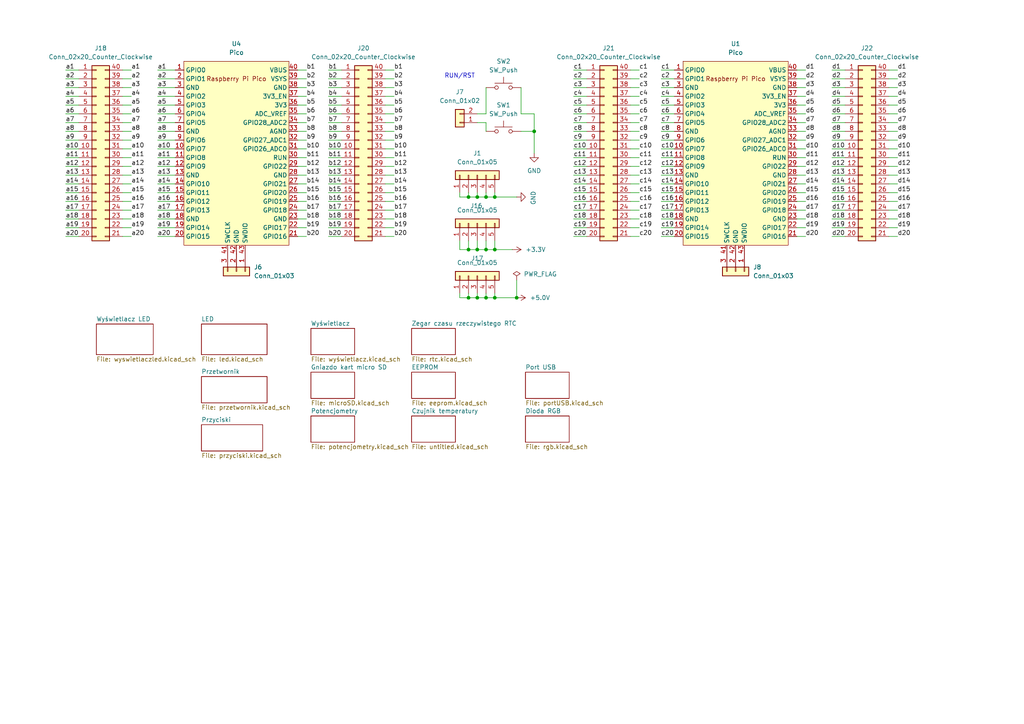
<source format=kicad_sch>
(kicad_sch (version 20250114) (generator "eeschema") (generator_version "9.0")
  (paper "A4")
  (lib_symbols
    (symbol "Connector_Generic:Conn_01x02" (pin_names (offset 1.016) (hide yes))
      (property "Reference" "J" (at 0 2.54 0))
      (property "Value" "Conn_01x02" (at 0 -5.08 0))
      (symbol "Conn_01x02_1_1"
        (rectangle (start -1.27 1.27) (end 1.27 -3.81) (stroke (width 0.254)) (fill (type background)))
        (rectangle (start -1.27 0.127) (end 0 -0.127) (stroke (width 0.1524)))
        (rectangle (start -1.27 -2.413) (end 0 -2.667) (stroke (width 0.1524)))
        (pin passive line (at -5.08 0 0) (length 3.81) (name "Pin_1") (number "1"))
        (pin passive line (at -5.08 -2.54 0) (length 3.81) (name "Pin_2") (number "2"))
      )
    )
    (symbol "Connector_Generic:Conn_01x03" (pin_names (offset 1.016) (hide yes))
      (property "Reference" "J" (at 0 5.08 0))
      (property "Value" "Conn_01x03" (at 0 -5.08 0))
      (symbol "Conn_01x03_1_1"
        (rectangle (start -1.27 3.81) (end 1.27 -3.81) (stroke (width 0.254)) (fill (type background)))
        (rectangle (start -1.27 2.667) (end 0 2.413) (stroke (width 0.1524)))
        (rectangle (start -1.27 0.127) (end 0 -0.127) (stroke (width 0.1524)))
        (rectangle (start -1.27 -2.413) (end 0 -2.667) (stroke (width 0.1524)))
        (pin passive line (at -5.08 2.54 0) (length 3.81) (name "Pin_1") (number "1"))
        (pin passive line (at -5.08 0 0) (length 3.81) (name "Pin_2") (number "2"))
        (pin passive line (at -5.08 -2.54 0) (length 3.81) (name "Pin_3") (number "3"))
      )
    )
    (symbol "Connector_Generic:Conn_01x05" (pin_names (offset 1.016) (hide yes))
      (property "Reference" "J" (at 0 7.62 0))
      (property "Value" "Conn_01x05" (at 0 -7.62 0))
      (symbol "Conn_01x05_1_1"
        (rectangle (start -1.27 6.35) (end 1.27 -6.35) (stroke (width 0.254)) (fill (type background)))
        (rectangle (start -1.27 5.207) (end 0 4.953) (stroke (width 0.1524)))
        (rectangle (start -1.27 2.667) (end 0 2.413) (stroke (width 0.1524)))
        (rectangle (start -1.27 0.127) (end 0 -0.127) (stroke (width 0.1524)))
        (rectangle (start -1.27 -2.413) (end 0 -2.667) (stroke (width 0.1524)))
        (rectangle (start -1.27 -4.953) (end 0 -5.207) (stroke (width 0.1524)))
        (pin passive line (at -5.08 5.08 0) (length 3.81) (name "Pin_1") (number "1"))
        (pin passive line (at -5.08 2.54 0) (length 3.81) (name "Pin_2") (number "2"))
        (pin passive line (at -5.08 0 0) (length 3.81) (name "Pin_3") (number "3"))
        (pin passive line (at -5.08 -2.54 0) (length 3.81) (name "Pin_4") (number "4"))
        (pin passive line (at -5.08 -5.08 0) (length 3.81) (name "Pin_5") (number "5"))
      )
    )
    (symbol "Connector_Generic:Conn_02x20_Counter_Clockwise" (pin_names (offset 1.016) (hide yes))
      (property "Reference" "J" (at 1.27 25.4 0))
      (property "Value" "Conn_02x20_Counter_Clockwise" (at 1.27 -27.94 0))
      (symbol "Conn_02x20_Counter_Clockwise_1_1"
        (rectangle (start -1.27 24.13) (end 3.81 -26.67) (stroke (width 0.254)) (fill (type background)))
        (rectangle (start -1.27 22.987) (end 0 22.733) (stroke (width 0.1524)))
        (rectangle (start -1.27 20.447) (end 0 20.193) (stroke (width 0.1524)))
        (rectangle (start -1.27 17.907) (end 0 17.653) (stroke (width 0.1524)))
        (rectangle (start -1.27 15.367) (end 0 15.113) (stroke (width 0.1524)))
        (rectangle (start -1.27 12.827) (end 0 12.573) (stroke (width 0.1524)))
        (rectangle (start -1.27 10.287) (end 0 10.033) (stroke (width 0.1524)))
        (rectangle (start -1.27 7.747) (end 0 7.493) (stroke (width 0.1524)))
        (rectangle (start -1.27 5.207) (end 0 4.953) (stroke (width 0.1524)))
        (rectangle (start -1.27 2.667) (end 0 2.413) (stroke (width 0.1524)))
        (rectangle (start -1.27 0.127) (end 0 -0.127) (stroke (width 0.1524)))
        (rectangle (start -1.27 -2.413) (end 0 -2.667) (stroke (width 0.1524)))
        (rectangle (start -1.27 -4.953) (end 0 -5.207) (stroke (width 0.1524)))
        (rectangle (start -1.27 -7.493) (end 0 -7.747) (stroke (width 0.1524)))
        (rectangle (start -1.27 -10.033) (end 0 -10.287) (stroke (width 0.1524)))
        (rectangle (start -1.27 -12.573) (end 0 -12.827) (stroke (width 0.1524)))
        (rectangle (start -1.27 -15.113) (end 0 -15.367) (stroke (width 0.1524)))
        (rectangle (start -1.27 -17.653) (end 0 -17.907) (stroke (width 0.1524)))
        (rectangle (start -1.27 -20.193) (end 0 -20.447) (stroke (width 0.1524)))
        (rectangle (start -1.27 -22.733) (end 0 -22.987) (stroke (width 0.1524)))
        (rectangle (start -1.27 -25.273) (end 0 -25.527) (stroke (width 0.1524)))
        (rectangle (start 3.81 22.987) (end 2.54 22.733) (stroke (width 0.1524)))
        (rectangle (start 3.81 20.447) (end 2.54 20.193) (stroke (width 0.1524)))
        (rectangle (start 3.81 17.907) (end 2.54 17.653) (stroke (width 0.1524)))
        (rectangle (start 3.81 15.367) (end 2.54 15.113) (stroke (width 0.1524)))
        (rectangle (start 3.81 12.827) (end 2.54 12.573) (stroke (width 0.1524)))
        (rectangle (start 3.81 10.287) (end 2.54 10.033) (stroke (width 0.1524)))
        (rectangle (start 3.81 7.747) (end 2.54 7.493) (stroke (width 0.1524)))
        (rectangle (start 3.81 5.207) (end 2.54 4.953) (stroke (width 0.1524)))
        (rectangle (start 3.81 2.667) (end 2.54 2.413) (stroke (width 0.1524)))
        (rectangle (start 3.81 0.127) (end 2.54 -0.127) (stroke (width 0.1524)))
        (rectangle (start 3.81 -2.413) (end 2.54 -2.667) (stroke (width 0.1524)))
        (rectangle (start 3.81 -4.953) (end 2.54 -5.207) (stroke (width 0.1524)))
        (rectangle (start 3.81 -7.493) (end 2.54 -7.747) (stroke (width 0.1524)))
        (rectangle (start 3.81 -10.033) (end 2.54 -10.287) (stroke (width 0.1524)))
        (rectangle (start 3.81 -12.573) (end 2.54 -12.827) (stroke (width 0.1524)))
        (rectangle (start 3.81 -15.113) (end 2.54 -15.367) (stroke (width 0.1524)))
        (rectangle (start 3.81 -17.653) (end 2.54 -17.907) (stroke (width 0.1524)))
        (rectangle (start 3.81 -20.193) (end 2.54 -20.447) (stroke (width 0.1524)))
        (rectangle (start 3.81 -22.733) (end 2.54 -22.987) (stroke (width 0.1524)))
        (rectangle (start 3.81 -25.273) (end 2.54 -25.527) (stroke (width 0.1524)))
        (pin passive line (at -5.08 22.86 0) (length 3.81) (name "Pin_1") (number "1"))
        (pin passive line (at -5.08 20.32 0) (length 3.81) (name "Pin_2") (number "2"))
        (pin passive line (at -5.08 17.78 0) (length 3.81) (name "Pin_3") (number "3"))
        (pin passive line (at -5.08 15.24 0) (length 3.81) (name "Pin_4") (number "4"))
        (pin passive line (at -5.08 12.7 0) (length 3.81) (name "Pin_5") (number "5"))
        (pin passive line (at -5.08 10.16 0) (length 3.81) (name "Pin_6") (number "6"))
        (pin passive line (at -5.08 7.62 0) (length 3.81) (name "Pin_7") (number "7"))
        (pin passive line (at -5.08 5.08 0) (length 3.81) (name "Pin_8") (number "8"))
        (pin passive line (at -5.08 2.54 0) (length 3.81) (name "Pin_9") (number "9"))
        (pin passive line (at -5.08 0 0) (length 3.81) (name "Pin_10") (number "10"))
        (pin passive line (at -5.08 -2.54 0) (length 3.81) (name "Pin_11") (number "11"))
        (pin passive line (at -5.08 -5.08 0) (length 3.81) (name "Pin_12") (number "12"))
        (pin passive line (at -5.08 -7.62 0) (length 3.81) (name "Pin_13") (number "13"))
        (pin passive line (at -5.08 -10.16 0) (length 3.81) (name "Pin_14") (number "14"))
        (pin passive line (at -5.08 -12.7 0) (length 3.81) (name "Pin_15") (number "15"))
        (pin passive line (at -5.08 -15.24 0) (length 3.81) (name "Pin_16") (number "16"))
        (pin passive line (at -5.08 -17.78 0) (length 3.81) (name "Pin_17") (number "17"))
        (pin passive line (at -5.08 -20.32 0) (length 3.81) (name "Pin_18") (number "18"))
        (pin passive line (at -5.08 -22.86 0) (length 3.81) (name "Pin_19") (number "19"))
        (pin passive line (at -5.08 -25.4 0) (length 3.81) (name "Pin_20") (number "20"))
        (pin passive line (at 7.62 22.86 180) (length 3.81) (name "Pin_40") (number "40"))
        (pin passive line (at 7.62 20.32 180) (length 3.81) (name "Pin_39") (number "39"))
        (pin passive line (at 7.62 17.78 180) (length 3.81) (name "Pin_38") (number "38"))
        (pin passive line (at 7.62 15.24 180) (length 3.81) (name "Pin_37") (number "37"))
        (pin passive line (at 7.62 12.7 180) (length 3.81) (name "Pin_36") (number "36"))
        (pin passive line (at 7.62 10.16 180) (length 3.81) (name "Pin_35") (number "35"))
        (pin passive line (at 7.62 7.62 180) (length 3.81) (name "Pin_34") (number "34"))
        (pin passive line (at 7.62 5.08 180) (length 3.81) (name "Pin_33") (number "33"))
        (pin passive line (at 7.62 2.54 180) (length 3.81) (name "Pin_32") (number "32"))
        (pin passive line (at 7.62 0 180) (length 3.81) (name "Pin_31") (number "31"))
        (pin passive line (at 7.62 -2.54 180) (length 3.81) (name "Pin_30") (number "30"))
        (pin passive line (at 7.62 -5.08 180) (length 3.81) (name "Pin_29") (number "29"))
        (pin passive line (at 7.62 -7.62 180) (length 3.81) (name "Pin_28") (number "28"))
        (pin passive line (at 7.62 -10.16 180) (length 3.81) (name "Pin_27") (number "27"))
        (pin passive line (at 7.62 -12.7 180) (length 3.81) (name "Pin_26") (number "26"))
        (pin passive line (at 7.62 -15.24 180) (length 3.81) (name "Pin_25") (number "25"))
        (pin passive line (at 7.62 -17.78 180) (length 3.81) (name "Pin_24") (number "24"))
        (pin passive line (at 7.62 -20.32 180) (length 3.81) (name "Pin_23") (number "23"))
        (pin passive line (at 7.62 -22.86 180) (length 3.81) (name "Pin_22") (number "22"))
        (pin passive line (at 7.62 -25.4 180) (length 3.81) (name "Pin_21") (number "21"))
      )
    )
    (symbol "Raspberry Pi Pico:Pico"
      (property "Reference" "U" (at -13.97 27.94 0))
      (property "Value" "Pico" (at 0 19.05 0))
      (symbol "Pico_0_0"
        (text "Raspberry Pi Pico" (at 0 21.59 0) (effects (font (size 1.27 1.27))))
      )
      (symbol "Pico_0_1"
        (rectangle (start -15.24 26.67) (end 15.24 -26.67) (fill (type background)))
      )
      (symbol "Pico_1_1"
        (pin bidirectional line (at -17.78 24.13 0) (length 2.54) (name "GPIO0") (number "1"))
        (pin bidirectional line (at -17.78 21.59 0) (length 2.54) (name "GPIO1") (number "2"))
        (pin power_in line (at -17.78 19.05 0) (length 2.54) (name "GND") (number "3"))
        (pin bidirectional line (at -17.78 16.51 0) (length 2.54) (name "GPIO2") (number "4"))
        (pin bidirectional line (at -17.78 13.97 0) (length 2.54) (name "GPIO3") (number "5"))
        (pin bidirectional line (at -17.78 11.43 0) (length 2.54) (name "GPIO4") (number "6"))
        (pin bidirectional line (at -17.78 8.89 0) (length 2.54) (name "GPIO5") (number "7"))
        (pin power_in line (at -17.78 6.35 0) (length 2.54) (name "GND") (number "8"))
        (pin bidirectional line (at -17.78 3.81 0) (length 2.54) (name "GPIO6") (number "9"))
        (pin bidirectional line (at -17.78 1.27 0) (length 2.54) (name "GPIO7") (number "10"))
        (pin bidirectional line (at -17.78 -1.27 0) (length 2.54) (name "GPIO8") (number "11"))
        (pin bidirectional line (at -17.78 -3.81 0) (length 2.54) (name "GPIO9") (number "12"))
        (pin power_in line (at -17.78 -6.35 0) (length 2.54) (name "GND") (number "13"))
        (pin bidirectional line (at -17.78 -8.89 0) (length 2.54) (name "GPIO10") (number "14"))
        (pin bidirectional line (at -17.78 -11.43 0) (length 2.54) (name "GPIO11") (number "15"))
        (pin bidirectional line (at -17.78 -13.97 0) (length 2.54) (name "GPIO12") (number "16"))
        (pin bidirectional line (at -17.78 -16.51 0) (length 2.54) (name "GPIO13") (number "17"))
        (pin power_in line (at -17.78 -19.05 0) (length 2.54) (name "GND") (number "18"))
        (pin bidirectional line (at -17.78 -21.59 0) (length 2.54) (name "GPIO14") (number "19"))
        (pin bidirectional line (at -17.78 -24.13 0) (length 2.54) (name "GPIO15") (number "20"))
        (pin input line (at -2.54 -29.21 90) (length 2.54) (name "SWCLK") (number "41"))
        (pin power_in line (at 0 -29.21 90) (length 2.54) (name "GND") (number "42"))
        (pin bidirectional line (at 2.54 -29.21 90) (length 2.54) (name "SWDIO") (number "43"))
        (pin power_in line (at 17.78 24.13 180) (length 2.54) (name "VBUS") (number "40"))
        (pin power_in line (at 17.78 21.59 180) (length 2.54) (name "VSYS") (number "39"))
        (pin bidirectional line (at 17.78 19.05 180) (length 2.54) (name "GND") (number "38"))
        (pin input line (at 17.78 16.51 180) (length 2.54) (name "3V3_EN") (number "37"))
        (pin power_in line (at 17.78 13.97 180) (length 2.54) (name "3V3") (number "36"))
        (pin power_in line (at 17.78 11.43 180) (length 2.54) (name "ADC_VREF") (number "35"))
        (pin bidirectional line (at 17.78 8.89 180) (length 2.54) (name "GPIO28_ADC2") (number "34"))
        (pin power_in line (at 17.78 6.35 180) (length 2.54) (name "AGND") (number "33"))
        (pin bidirectional line (at 17.78 3.81 180) (length 2.54) (name "GPIO27_ADC1") (number "32"))
        (pin bidirectional line (at 17.78 1.27 180) (length 2.54) (name "GPIO26_ADC0") (number "31"))
        (pin input line (at 17.78 -1.27 180) (length 2.54) (name "RUN") (number "30"))
        (pin bidirectional line (at 17.78 -3.81 180) (length 2.54) (name "GPIO22") (number "29"))
        (pin power_in line (at 17.78 -6.35 180) (length 2.54) (name "GND") (number "28"))
        (pin bidirectional line (at 17.78 -8.89 180) (length 2.54) (name "GPIO21") (number "27"))
        (pin bidirectional line (at 17.78 -11.43 180) (length 2.54) (name "GPIO20") (number "26"))
        (pin bidirectional line (at 17.78 -13.97 180) (length 2.54) (name "GPIO19") (number "25"))
        (pin bidirectional line (at 17.78 -16.51 180) (length 2.54) (name "GPIO18") (number "24"))
        (pin power_in line (at 17.78 -19.05 180) (length 2.54) (name "GND") (number "23"))
        (pin bidirectional line (at 17.78 -21.59 180) (length 2.54) (name "GPIO17") (number "22"))
        (pin bidirectional line (at 17.78 -24.13 180) (length 2.54) (name "GPIO16") (number "21"))
      )
    )
    (symbol "Switch:SW_Push" (pin_numbers (hide yes)) (pin_names (offset 1.016) (hide yes))
      (property "Reference" "SW" (at 1.27 2.54 0))
      (property "Value" "SW_Push" (at 0 -1.524 0))
      (symbol "SW_Push_0_1"
        (circle (center -2.032 0) (radius 0.508))
        (polyline (pts (xy 0 1.27) (xy 0 3.048)))
        (circle (center 2.032 0) (radius 0.508))
        (polyline (pts (xy 2.54 1.27) (xy -2.54 1.27)))
        (pin passive line (at -5.08 0 0) (length 2.54) (name "1") (number "1"))
        (pin passive line (at 5.08 0 180) (length 2.54) (name "2") (number "2"))
      )
    )
    (symbol "power:+3.3V" (power) (pin_numbers (hide yes)) (pin_names (offset 0) (hide yes))
      (property "Value" "+3.3V" (at 0 3.556 0))
      (symbol "+3.3V_0_1"
        (polyline (pts (xy -0.762 1.27) (xy 0 2.54)))
        (polyline (pts (xy 0 2.54) (xy 0.762 1.27)))
        (polyline (pts (xy 0 0) (xy 0 2.54)))
      )
      (symbol "+3.3V_1_1"
        (pin power_in line (at 0 0 90) (length 0) (name "~") (number "1"))
      )
    )
    (symbol "power:GND" (power) (pin_numbers (hide yes)) (pin_names (offset 0) (hide yes))
      (property "Value" "GND" (at 0 -3.81 0))
      (symbol "GND_0_1"
        (polyline (pts (xy 0 0) (xy 0 -1.27) (xy 1.27 -1.27) (xy 0 -2.54) (xy -1.27 -1.27) (xy 0 -1.27)))
      )
      (symbol "GND_1_1"
        (pin power_in line (at 0 0 270) (length 0) (name "~") (number "1"))
      )
    )
    (symbol "power:PWR_FLAG" (power) (pin_numbers (hide yes)) (pin_names (offset 0) (hide yes))
      (property "Value" "PWR_FLAG" (at 0 3.81 0))
      (symbol "PWR_FLAG_0_0"
        (pin power_out line (at 0 0 90) (length 0) (name "~") (number "1"))
      )
      (symbol "PWR_FLAG_0_1"
        (polyline (pts (xy 0 0) (xy 0 1.27) (xy -1.016 1.905) (xy 0 2.54) (xy 1.016 1.905) (xy 0 1.27)))
      )
    )
  )
  (text "RUN/RST\n" (at 133.35 22.098 0) (effects (font (size 1.27 1.27))))
  (junction (at 143.51 86.36))
  (junction (at 140.97 72.39))
  (junction (at 135.89 72.39))
  (junction (at 140.97 57.15))
  (junction (at 138.43 57.15))
  (junction (at 135.89 86.36))
  (junction (at 143.51 57.15))
  (junction (at 138.43 86.36))
  (junction (at 143.51 72.39))
  (junction (at 138.43 72.39))
  (junction (at 149.86 86.36))
  (junction (at 135.89 57.15))
  (junction (at 154.94 38.1))
  (junction (at 140.97 86.36))
  (wire (pts (xy 88.9 27.94) (xy 86.36 27.94)))
  (wire (pts (xy 140.97 57.15) (xy 143.51 57.15)))
  (wire (pts (xy 241.3 53.34) (xy 245.11 53.34)))
  (wire (pts (xy 182.88 35.56) (xy 185.42 35.56)))
  (wire (pts (xy 140.97 85.09) (xy 140.97 86.36)))
  (wire (pts (xy 138.43 86.36) (xy 140.97 86.36)))
  (wire (pts (xy 182.88 45.72) (xy 185.42 45.72)))
  (wire (pts (xy 19.05 27.94) (xy 22.86 27.94)))
  (wire (pts (xy 182.88 25.4) (xy 185.42 25.4)))
  (wire (pts (xy 35.56 22.86) (xy 38.1 22.86)))
  (wire (pts (xy 95.25 25.4) (xy 99.06 25.4)))
  (wire (pts (xy 191.77 27.94) (xy 195.58 27.94)))
  (wire (pts (xy 95.25 58.42) (xy 99.06 58.42)))
  (wire (pts (xy 182.88 43.18) (xy 185.42 43.18)))
  (wire (pts (xy 241.3 58.42) (xy 245.11 58.42)))
  (wire (pts (xy 231.14 27.94) (xy 233.68 27.94)))
  (wire (pts (xy 19.05 25.4) (xy 22.86 25.4)))
  (wire (pts (xy 143.51 86.36) (xy 149.86 86.36)))
  (wire (pts (xy 45.72 25.4) (xy 50.8 25.4)))
  (wire (pts (xy 45.72 38.1) (xy 50.8 38.1)))
  (wire (pts (xy 135.89 55.88) (xy 135.89 57.15)))
  (wire (pts (xy 45.72 33.02) (xy 50.8 33.02)))
  (wire (pts (xy 45.72 55.88) (xy 50.8 55.88)))
  (wire (pts (xy 241.3 63.5) (xy 245.11 63.5)))
  (wire (pts (xy 114.3 43.18) (xy 111.76 43.18)))
  (wire (pts (xy 231.14 43.18) (xy 233.68 43.18)))
  (wire (pts (xy 182.88 22.86) (xy 185.42 22.86)))
  (wire (pts (xy 135.89 85.09) (xy 135.89 86.36)))
  (wire (pts (xy 166.37 55.88) (xy 170.18 55.88)))
  (wire (pts (xy 35.56 48.26) (xy 38.1 48.26)))
  (wire (pts (xy 19.05 48.26) (xy 22.86 48.26)))
  (wire (pts (xy 231.14 33.02) (xy 233.68 33.02)))
  (wire (pts (xy 257.81 66.04) (xy 260.35 66.04)))
  (wire (pts (xy 231.14 58.42) (xy 233.68 58.42)))
  (wire (pts (xy 35.56 40.64) (xy 38.1 40.64)))
  (wire (pts (xy 45.72 60.96) (xy 50.8 60.96)))
  (wire (pts (xy 140.97 69.85) (xy 140.97 72.39)))
  (wire (pts (xy 35.56 68.58) (xy 38.1 68.58)))
  (wire (pts (xy 191.77 63.5) (xy 195.58 63.5)))
  (wire (pts (xy 166.37 48.26) (xy 170.18 48.26)))
  (wire (pts (xy 166.37 30.48) (xy 170.18 30.48)))
  (wire (pts (xy 86.36 40.64) (xy 88.9 40.64)))
  (wire (pts (xy 257.81 53.34) (xy 260.35 53.34)))
  (wire (pts (xy 182.88 50.8) (xy 185.42 50.8)))
  (wire (pts (xy 140.97 55.88) (xy 140.97 57.15)))
  (wire (pts (xy 231.14 50.8) (xy 233.68 50.8)))
  (wire (pts (xy 19.05 43.18) (xy 22.86 43.18)))
  (wire (pts (xy 45.72 27.94) (xy 50.8 27.94)))
  (wire (pts (xy 151.13 38.1) (xy 154.94 38.1)))
  (wire (pts (xy 45.72 50.8) (xy 50.8 50.8)))
  (wire (pts (xy 86.36 68.58) (xy 88.9 68.58)))
  (wire (pts (xy 45.72 22.86) (xy 50.8 22.86)))
  (wire (pts (xy 19.05 68.58) (xy 22.86 68.58)))
  (wire (pts (xy 111.76 27.94) (xy 114.3 27.94)))
  (wire (pts (xy 114.3 50.8) (xy 111.76 50.8)))
  (wire (pts (xy 166.37 68.58) (xy 170.18 68.58)))
  (wire (pts (xy 95.25 30.48) (xy 99.06 30.48)))
  (wire (pts (xy 241.3 22.86) (xy 245.11 22.86)))
  (wire (pts (xy 19.05 35.56) (xy 22.86 35.56)))
  (wire (pts (xy 231.14 53.34) (xy 233.68 53.34)))
  (wire (pts (xy 95.25 66.04) (xy 99.06 66.04)))
  (wire (pts (xy 241.3 20.32) (xy 245.11 20.32)))
  (wire (pts (xy 86.36 35.56) (xy 88.9 35.56)))
  (wire (pts (xy 257.81 50.8) (xy 260.35 50.8)))
  (wire (pts (xy 149.86 81.28) (xy 149.86 86.36)))
  (wire (pts (xy 257.81 30.48) (xy 260.35 30.48)))
  (wire (pts (xy 231.14 25.4) (xy 233.68 25.4)))
  (wire (pts (xy 257.81 22.86) (xy 260.35 22.86)))
  (wire (pts (xy 231.14 30.48) (xy 233.68 30.48)))
  (wire (pts (xy 86.36 58.42) (xy 88.9 58.42)))
  (wire (pts (xy 88.9 22.86) (xy 86.36 22.86)))
  (wire (pts (xy 191.77 50.8) (xy 195.58 50.8)))
  (wire (pts (xy 45.72 68.58) (xy 50.8 68.58)))
  (wire (pts (xy 114.3 53.34) (xy 111.76 53.34)))
  (wire (pts (xy 140.97 35.56) (xy 140.97 38.1)))
  (wire (pts (xy 241.3 27.94) (xy 245.11 27.94)))
  (wire (pts (xy 138.43 69.85) (xy 138.43 72.39)))
  (wire (pts (xy 19.05 63.5) (xy 22.86 63.5)))
  (wire (pts (xy 86.36 45.72) (xy 88.9 45.72)))
  (wire (pts (xy 166.37 58.42) (xy 170.18 58.42)))
  (wire (pts (xy 182.88 58.42) (xy 185.42 58.42)))
  (wire (pts (xy 140.97 25.4) (xy 140.97 33.02)))
  (wire (pts (xy 135.89 69.85) (xy 135.89 72.39)))
  (wire (pts (xy 191.77 53.34) (xy 195.58 53.34)))
  (wire (pts (xy 35.56 35.56) (xy 38.1 35.56)))
  (wire (pts (xy 231.14 45.72) (xy 233.68 45.72)))
  (wire (pts (xy 241.3 66.04) (xy 245.11 66.04)))
  (wire (pts (xy 166.37 22.86) (xy 170.18 22.86)))
  (wire (pts (xy 231.14 63.5) (xy 233.68 63.5)))
  (wire (pts (xy 182.88 27.94) (xy 185.42 27.94)))
  (wire (pts (xy 143.51 55.88) (xy 143.51 57.15)))
  (wire (pts (xy 166.37 63.5) (xy 170.18 63.5)))
  (wire (pts (xy 191.77 68.58) (xy 195.58 68.58)))
  (wire (pts (xy 95.25 48.26) (xy 99.06 48.26)))
  (wire (pts (xy 111.76 35.56) (xy 114.3 35.56)))
  (wire (pts (xy 88.9 25.4) (xy 86.36 25.4)))
  (wire (pts (xy 35.56 58.42) (xy 38.1 58.42)))
  (wire (pts (xy 19.05 33.02) (xy 22.86 33.02)))
  (wire (pts (xy 241.3 60.96) (xy 245.11 60.96)))
  (wire (pts (xy 111.76 25.4) (xy 114.3 25.4)))
  (wire (pts (xy 138.43 72.39) (xy 140.97 72.39)))
  (wire (pts (xy 166.37 20.32) (xy 170.18 20.32)))
  (wire (pts (xy 257.81 60.96) (xy 260.35 60.96)))
  (wire (pts (xy 19.05 22.86) (xy 22.86 22.86)))
  (wire (pts (xy 19.05 53.34) (xy 22.86 53.34)))
  (wire (pts (xy 138.43 85.09) (xy 138.43 86.36)))
  (wire (pts (xy 231.14 68.58) (xy 233.68 68.58)))
  (wire (pts (xy 111.76 30.48) (xy 114.3 30.48)))
  (wire (pts (xy 114.3 58.42) (xy 111.76 58.42)))
  (wire (pts (xy 35.56 55.88) (xy 38.1 55.88)))
  (wire (pts (xy 241.3 55.88) (xy 245.11 55.88)))
  (wire (pts (xy 114.3 45.72) (xy 111.76 45.72)))
  (wire (pts (xy 166.37 43.18) (xy 170.18 43.18)))
  (wire (pts (xy 114.3 63.5) (xy 111.76 63.5)))
  (wire (pts (xy 191.77 48.26) (xy 195.58 48.26)))
  (wire (pts (xy 133.35 69.85) (xy 133.35 72.39)))
  (wire (pts (xy 257.81 55.88) (xy 260.35 55.88)))
  (wire (pts (xy 45.72 40.64) (xy 50.8 40.64)))
  (wire (pts (xy 231.14 55.88) (xy 233.68 55.88)))
  (wire (pts (xy 135.89 86.36) (xy 138.43 86.36)))
  (wire (pts (xy 114.3 55.88) (xy 111.76 55.88)))
  (wire (pts (xy 35.56 20.32) (xy 38.1 20.32)))
  (wire (pts (xy 241.3 33.02) (xy 245.11 33.02)))
  (wire (pts (xy 241.3 35.56) (xy 245.11 35.56)))
  (wire (pts (xy 88.9 20.32) (xy 86.36 20.32)))
  (wire (pts (xy 45.72 53.34) (xy 50.8 53.34)))
  (wire (pts (xy 241.3 38.1) (xy 245.11 38.1)))
  (wire (pts (xy 35.56 50.8) (xy 38.1 50.8)))
  (wire (pts (xy 86.36 48.26) (xy 88.9 48.26)))
  (wire (pts (xy 257.81 45.72) (xy 260.35 45.72)))
  (wire (pts (xy 133.35 85.09) (xy 133.35 86.36)))
  (wire (pts (xy 114.3 48.26) (xy 111.76 48.26)))
  (wire (pts (xy 19.05 45.72) (xy 22.86 45.72)))
  (wire (pts (xy 143.51 72.39) (xy 148.59 72.39)))
  (wire (pts (xy 19.05 55.88) (xy 22.86 55.88)))
  (wire (pts (xy 133.35 72.39) (xy 135.89 72.39)))
  (wire (pts (xy 86.36 63.5) (xy 88.9 63.5)))
  (wire (pts (xy 140.97 33.02) (xy 138.43 33.02)))
  (wire (pts (xy 35.56 66.04) (xy 38.1 66.04)))
  (wire (pts (xy 241.3 45.72) (xy 245.11 45.72)))
  (wire (pts (xy 19.05 20.32) (xy 22.86 20.32)))
  (wire (pts (xy 86.36 60.96) (xy 88.9 60.96)))
  (wire (pts (xy 257.81 20.32) (xy 260.35 20.32)))
  (wire (pts (xy 140.97 72.39) (xy 143.51 72.39)))
  (wire (pts (xy 182.88 53.34) (xy 185.42 53.34)))
  (wire (pts (xy 135.89 57.15) (xy 138.43 57.15)))
  (wire (pts (xy 191.77 45.72) (xy 195.58 45.72)))
  (wire (pts (xy 95.25 40.64) (xy 99.06 40.64)))
  (wire (pts (xy 35.56 43.18) (xy 38.1 43.18)))
  (wire (pts (xy 45.72 58.42) (xy 50.8 58.42)))
  (wire (pts (xy 95.25 43.18) (xy 99.06 43.18)))
  (wire (pts (xy 166.37 60.96) (xy 170.18 60.96)))
  (wire (pts (xy 191.77 38.1) (xy 195.58 38.1)))
  (wire (pts (xy 231.14 48.26) (xy 233.68 48.26)))
  (wire (pts (xy 166.37 66.04) (xy 170.18 66.04)))
  (wire (pts (xy 111.76 33.02) (xy 114.3 33.02)))
  (wire (pts (xy 241.3 50.8) (xy 245.11 50.8)))
  (wire (pts (xy 45.72 63.5) (xy 50.8 63.5)))
  (wire (pts (xy 95.25 50.8) (xy 99.06 50.8)))
  (wire (pts (xy 191.77 43.18) (xy 195.58 43.18)))
  (wire (pts (xy 95.25 22.86) (xy 99.06 22.86)))
  (wire (pts (xy 182.88 55.88) (xy 185.42 55.88)))
  (wire (pts (xy 231.14 22.86) (xy 233.68 22.86)))
  (wire (pts (xy 45.72 43.18) (xy 50.8 43.18)))
  (wire (pts (xy 257.81 38.1) (xy 260.35 38.1)))
  (wire (pts (xy 86.36 50.8) (xy 88.9 50.8)))
  (wire (pts (xy 95.25 60.96) (xy 99.06 60.96)))
  (wire (pts (xy 191.77 40.64) (xy 195.58 40.64)))
  (wire (pts (xy 166.37 50.8) (xy 170.18 50.8)))
  (wire (pts (xy 114.3 66.04) (xy 111.76 66.04)))
  (wire (pts (xy 35.56 63.5) (xy 38.1 63.5)))
  (wire (pts (xy 166.37 25.4) (xy 170.18 25.4)))
  (wire (pts (xy 138.43 55.88) (xy 138.43 57.15)))
  (wire (pts (xy 133.35 55.88) (xy 133.35 57.15)))
  (wire (pts (xy 191.77 30.48) (xy 195.58 30.48)))
  (wire (pts (xy 191.77 25.4) (xy 195.58 25.4)))
  (wire (pts (xy 35.56 38.1) (xy 38.1 38.1)))
  (wire (pts (xy 191.77 66.04) (xy 195.58 66.04)))
  (wire (pts (xy 182.88 40.64) (xy 185.42 40.64)))
  (wire (pts (xy 19.05 30.48) (xy 22.86 30.48)))
  (wire (pts (xy 35.56 25.4) (xy 38.1 25.4)))
  (wire (pts (xy 111.76 22.86) (xy 114.3 22.86)))
  (wire (pts (xy 257.81 58.42) (xy 260.35 58.42)))
  (wire (pts (xy 231.14 35.56) (xy 233.68 35.56)))
  (wire (pts (xy 35.56 53.34) (xy 38.1 53.34)))
  (wire (pts (xy 143.51 85.09) (xy 143.51 86.36)))
  (wire (pts (xy 114.3 38.1) (xy 111.76 38.1)))
  (wire (pts (xy 95.25 38.1) (xy 99.06 38.1)))
  (wire (pts (xy 191.77 58.42) (xy 195.58 58.42)))
  (wire (pts (xy 86.36 38.1) (xy 88.9 38.1)))
  (wire (pts (xy 114.3 40.64) (xy 111.76 40.64)))
  (wire (pts (xy 166.37 33.02) (xy 170.18 33.02)))
  (wire (pts (xy 95.25 55.88) (xy 99.06 55.88)))
  (wire (pts (xy 257.81 35.56) (xy 260.35 35.56)))
  (wire (pts (xy 111.76 20.32) (xy 114.3 20.32)))
  (wire (pts (xy 241.3 30.48) (xy 245.11 30.48)))
  (wire (pts (xy 185.42 63.5) (xy 182.88 63.5)))
  (wire (pts (xy 35.56 45.72) (xy 38.1 45.72)))
  (wire (pts (xy 19.05 40.64) (xy 22.86 40.64)))
  (wire (pts (xy 231.14 60.96) (xy 233.68 60.96)))
  (wire (pts (xy 185.42 68.58) (xy 182.88 68.58)))
  (wire (pts (xy 35.56 33.02) (xy 38.1 33.02)))
  (wire (pts (xy 114.3 60.96) (xy 111.76 60.96)))
  (wire (pts (xy 182.88 48.26) (xy 185.42 48.26)))
  (wire (pts (xy 257.81 27.94) (xy 260.35 27.94)))
  (wire (pts (xy 241.3 68.58) (xy 245.11 68.58)))
  (wire (pts (xy 138.43 57.15) (xy 140.97 57.15)))
  (wire (pts (xy 143.51 69.85) (xy 143.51 72.39)))
  (wire (pts (xy 86.36 53.34) (xy 88.9 53.34)))
  (wire (pts (xy 231.14 20.32) (xy 233.68 20.32)))
  (wire (pts (xy 95.25 53.34) (xy 99.06 53.34)))
  (wire (pts (xy 241.3 25.4) (xy 245.11 25.4)))
  (wire (pts (xy 257.81 48.26) (xy 260.35 48.26)))
  (wire (pts (xy 143.51 57.15) (xy 149.86 57.15)))
  (wire (pts (xy 140.97 86.36) (xy 143.51 86.36)))
  (wire (pts (xy 45.72 45.72) (xy 50.8 45.72)))
  (wire (pts (xy 19.05 58.42) (xy 22.86 58.42)))
  (wire (pts (xy 35.56 60.96) (xy 38.1 60.96)))
  (wire (pts (xy 95.25 20.32) (xy 99.06 20.32)))
  (wire (pts (xy 154.94 38.1) (xy 154.94 44.45)))
  (wire (pts (xy 182.88 33.02) (xy 185.42 33.02)))
  (wire (pts (xy 191.77 55.88) (xy 195.58 55.88)))
  (wire (pts (xy 191.77 33.02) (xy 195.58 33.02)))
  (wire (pts (xy 95.25 68.58) (xy 99.06 68.58)))
  (wire (pts (xy 166.37 38.1) (xy 170.18 38.1)))
  (wire (pts (xy 231.14 38.1) (xy 233.68 38.1)))
  (wire (pts (xy 138.43 35.56) (xy 140.97 35.56)))
  (wire (pts (xy 151.13 25.4) (xy 151.13 33.02)))
  (wire (pts (xy 95.25 35.56) (xy 99.06 35.56)))
  (wire (pts (xy 45.72 66.04) (xy 50.8 66.04)))
  (wire (pts (xy 257.81 40.64) (xy 260.35 40.64)))
  (wire (pts (xy 241.3 48.26) (xy 245.11 48.26)))
  (wire (pts (xy 86.36 66.04) (xy 88.9 66.04)))
  (wire (pts (xy 88.9 30.48) (xy 86.36 30.48)))
  (wire (pts (xy 19.05 60.96) (xy 22.86 60.96)))
  (wire (pts (xy 88.9 33.02) (xy 86.36 33.02)))
  (wire (pts (xy 95.25 33.02) (xy 99.06 33.02)))
  (wire (pts (xy 35.56 27.94) (xy 38.1 27.94)))
  (wire (pts (xy 114.3 68.58) (xy 111.76 68.58)))
  (wire (pts (xy 35.56 30.48) (xy 38.1 30.48)))
  (wire (pts (xy 133.35 57.15) (xy 135.89 57.15)))
  (wire (pts (xy 257.81 68.58) (xy 260.35 68.58)))
  (wire (pts (xy 45.72 35.56) (xy 50.8 35.56)))
  (wire (pts (xy 185.42 66.04) (xy 182.88 66.04)))
  (wire (pts (xy 241.3 43.18) (xy 245.11 43.18)))
  (wire (pts (xy 154.94 33.02) (xy 154.94 38.1)))
  (wire (pts (xy 166.37 45.72) (xy 170.18 45.72)))
  (wire (pts (xy 231.14 40.64) (xy 233.68 40.64)))
  (wire (pts (xy 191.77 35.56) (xy 195.58 35.56)))
  (wire (pts (xy 257.81 33.02) (xy 260.35 33.02)))
  (wire (pts (xy 182.88 30.48) (xy 185.42 30.48)))
  (wire (pts (xy 95.25 63.5) (xy 99.06 63.5)))
  (wire (pts (xy 182.88 20.32) (xy 185.42 20.32)))
  (wire (pts (xy 45.72 30.48) (xy 50.8 30.48)))
  (wire (pts (xy 182.88 38.1) (xy 185.42 38.1)))
  (wire (pts (xy 191.77 22.86) (xy 195.58 22.86)))
  (wire (pts (xy 257.81 25.4) (xy 260.35 25.4)))
  (wire (pts (xy 166.37 27.94) (xy 170.18 27.94)))
  (wire (pts (xy 45.72 48.26) (xy 50.8 48.26)))
  (wire (pts (xy 241.3 40.64) (xy 245.11 40.64)))
  (wire (pts (xy 191.77 60.96) (xy 195.58 60.96)))
  (wire (pts (xy 185.42 60.96) (xy 182.88 60.96)))
  (wire (pts (xy 133.35 86.36) (xy 135.89 86.36)))
  (wire (pts (xy 86.36 55.88) (xy 88.9 55.88)))
  (wire (pts (xy 135.89 72.39) (xy 138.43 72.39)))
  (wire (pts (xy 19.05 38.1) (xy 22.86 38.1)))
  (wire (pts (xy 151.13 33.02) (xy 154.94 33.02)))
  (wire (pts (xy 231.14 66.04) (xy 233.68 66.04)))
  (wire (pts (xy 86.36 43.18) (xy 88.9 43.18)))
  (wire (pts (xy 166.37 40.64) (xy 170.18 40.64)))
  (wire (pts (xy 257.81 43.18) (xy 260.35 43.18)))
  (wire (pts (xy 19.05 50.8) (xy 22.86 50.8)))
  (wire (pts (xy 19.05 66.04) (xy 22.86 66.04)))
  (wire (pts (xy 166.37 53.34) (xy 170.18 53.34)))
  (wire (pts (xy 166.37 35.56) (xy 170.18 35.56)))
  (wire (pts (xy 45.72 20.32) (xy 50.8 20.32)))
  (wire (pts (xy 95.25 45.72) (xy 99.06 45.72)))
  (wire (pts (xy 257.81 63.5) (xy 260.35 63.5)))
  (wire (pts (xy 95.25 27.94) (xy 99.06 27.94)))
  (wire (pts (xy 191.77 20.32) (xy 195.58 20.32)))
  (label "c5" (at 185.42 30.48 0))
  (label "b6" (at 88.9 33.02 0))
  (label "c2" (at 191.77 22.86 0))
  (label "b16" (at 88.9 58.42 0))
  (label "d19" (at 260.35 66.04 0))
  (label "d1" (at 260.35 20.32 0))
  (label "b7" (at 95.25 35.56 0))
  (label "a15" (at 38.1 55.88 0))
  (label "d12" (at 260.35 48.26 0))
  (label "d5" (at 233.68 30.48 0))
  (label "a9" (at 38.1 40.64 0))
  (label "c11" (at 191.77 45.72 0))
  (label "b13" (at 114.3 50.8 0))
  (label "c11" (at 166.37 45.72 0))
  (label "a3" (at 45.72 25.4 0))
  (label "c15" (at 191.77 55.88 0))
  (label "a11" (at 38.1 45.72 0))
  (label "c13" (at 166.37 50.8 0))
  (label "c14" (at 191.77 53.34 0))
  (label "b5" (at 114.3 30.48 0))
  (label "c12" (at 166.37 48.26 0))
  (label "c15" (at 185.42 55.88 0))
  (label "b3" (at 88.9 25.4 0))
  (label "c17" (at 166.37 60.96 0))
  (label "d19" (at 241.3 66.04 0))
  (label "c20" (at 166.37 68.58 0))
  (label "d20" (at 241.3 68.58 0))
  (label "b19" (at 95.25 66.04 0))
  (label "d19" (at 233.68 66.04 0))
  (label "b1" (at 95.25 20.32 0))
  (label "d5" (at 241.3 30.48 0))
  (label "d6" (at 260.35 33.02 0))
  (label "c10" (at 191.77 43.18 0))
  (label "a11" (at 45.72 45.72 0))
  (label "c12" (at 191.77 48.26 0))
  (label "d13" (at 260.35 50.8 0))
  (label "b12" (at 114.3 48.26 0))
  (label "b19" (at 114.3 66.04 0))
  (label "d4" (at 233.68 27.94 0))
  (label "c3" (at 166.37 25.4 0))
  (label "a17" (at 38.1 60.96 0))
  (label "d8" (at 241.3 38.1 0))
  (label "d14" (at 241.3 53.34 0))
  (label "a5" (at 38.1 30.48 0))
  (label "a10" (at 45.72 43.18 0))
  (label "b15" (at 88.9 55.88 0))
  (label "c17" (at 191.77 60.96 0))
  (label "c4" (at 191.77 27.94 0))
  (label "b6" (at 114.3 33.02 0))
  (label "b11" (at 88.9 45.72 0))
  (label "b19" (at 88.9 66.04 0))
  (label "a14" (at 38.1 53.34 0))
  (label "c5" (at 166.37 30.48 0))
  (label "b11" (at 114.3 45.72 0))
  (label "a8" (at 45.72 38.1 0))
  (label "b9" (at 88.9 40.64 0))
  (label "d12" (at 241.3 48.26 0))
  (label "a18" (at 38.1 63.5 0))
  (label "b4" (at 88.9 27.94 0))
  (label "d9" (at 260.35 40.64 0))
  (label "d9" (at 233.68 40.64 0))
  (label "c3" (at 185.42 25.4 0))
  (label "a14" (at 45.72 53.34 0))
  (label "a4" (at 45.72 27.94 0))
  (label "c14" (at 166.37 53.34 0))
  (label "a18" (at 19.05 63.5 0))
  (label "b13" (at 95.25 50.8 0))
  (label "d2" (at 233.68 22.86 0))
  (label "c16" (at 185.42 58.42 0))
  (label "a13" (at 38.1 50.8 0))
  (label "b20" (at 88.9 68.58 0))
  (label "a15" (at 45.72 55.88 0))
  (label "c1" (at 185.42 20.32 0))
  (label "a7" (at 38.1 35.56 0))
  (label "a1" (at 38.1 20.32 0))
  (label "b16" (at 95.25 58.42 0))
  (label "b17" (at 114.3 60.96 0))
  (label "a4" (at 38.1 27.94 0))
  (label "a4" (at 19.05 27.94 0))
  (label "c13" (at 191.77 50.8 0))
  (label "b2" (at 95.25 22.86 0))
  (label "c12" (at 185.42 48.26 0))
  (label "c16" (at 191.77 58.42 0))
  (label "b6" (at 95.25 33.02 0))
  (label "a7" (at 19.05 35.56 0))
  (label "a18" (at 45.72 63.5 0))
  (label "a2" (at 38.1 22.86 0))
  (label "b4" (at 114.3 27.94 0))
  (label "c15" (at 166.37 55.88 0))
  (label "b1" (at 88.9 20.32 0))
  (label "a10" (at 38.1 43.18 0))
  (label "a17" (at 45.72 60.96 0))
  (label "a8" (at 38.1 38.1 0))
  (label "a6" (at 45.72 33.02 0))
  (label "a14" (at 19.05 53.34 0))
  (label "c19" (at 185.42 66.04 0))
  (label "b16" (at 114.3 58.42 0))
  (label "d17" (at 233.68 60.96 0))
  (label "c4" (at 185.42 27.94 0))
  (label "d4" (at 241.3 27.94 0))
  (label "c16" (at 166.37 58.42 0))
  (label "b11" (at 95.25 45.72 0))
  (label "c1" (at 166.37 20.32 0))
  (label "d20" (at 260.35 68.58 0))
  (label "d11" (at 241.3 45.72 0))
  (label "d1" (at 241.3 20.32 0))
  (label "c6" (at 185.42 33.02 0))
  (label "c20" (at 185.42 68.58 0))
  (label "b14" (at 95.25 53.34 0))
  (label "b10" (at 95.25 43.18 0))
  (label "a19" (at 19.05 66.04 0))
  (label "b14" (at 114.3 53.34 0))
  (label "c14" (at 185.42 53.34 0))
  (label "a6" (at 38.1 33.02 0))
  (label "c8" (at 185.42 38.1 0))
  (label "c7" (at 191.77 35.56 0))
  (label "b10" (at 114.3 43.18 0))
  (label "a2" (at 45.72 22.86 0))
  (label "b2" (at 88.9 22.86 0))
  (label "d12" (at 233.68 48.26 0))
  (label "b5" (at 95.25 30.48 0))
  (label "b9" (at 114.3 40.64 0))
  (label "d18" (at 233.68 63.5 0))
  (label "b9" (at 95.25 40.64 0))
  (label "a17" (at 19.05 60.96 0))
  (label "a13" (at 19.05 50.8 0))
  (label "a16" (at 38.1 58.42 0))
  (label "a19" (at 38.1 66.04 0))
  (label "c1" (at 191.77 20.32 0))
  (label "a20" (at 45.72 68.58 0))
  (label "d16" (at 260.35 58.42 0))
  (label "d3" (at 260.35 25.4 0))
  (label "c11" (at 185.42 45.72 0))
  (label "a5" (at 19.05 30.48 0))
  (label "b8" (at 95.25 38.1 0))
  (label "a7" (at 45.72 35.56 0))
  (label "c6" (at 191.77 33.02 0))
  (label "b7" (at 114.3 35.56 0))
  (label "d14" (at 233.68 53.34 0))
  (label "d11" (at 233.68 45.72 0))
  (label "d7" (at 241.3 35.56 0))
  (label "b7" (at 88.9 35.56 0))
  (label "d7" (at 260.35 35.56 0))
  (label "c8" (at 191.77 38.1 0))
  (label "a10" (at 19.05 43.18 0))
  (label "d13" (at 241.3 50.8 0))
  (label "a20" (at 19.05 68.58 0))
  (label "a12" (at 19.05 48.26 0))
  (label "b18" (at 95.25 63.5 0))
  (label "a13" (at 45.72 50.8 0))
  (label "b17" (at 95.25 60.96 0))
  (label "d10" (at 233.68 43.18 0))
  (label "d15" (at 260.35 55.88 0))
  (label "c13" (at 185.42 50.8 0))
  (label "a2" (at 19.05 22.86 0))
  (label "c2" (at 166.37 22.86 0))
  (label "c18" (at 191.77 63.5 0))
  (label "c3" (at 191.77 25.4 0))
  (label "c19" (at 191.77 66.04 0))
  (label "c10" (at 185.42 43.18 0))
  (label "b4" (at 95.25 27.94 0))
  (label "b10" (at 88.9 43.18 0))
  (label "b5" (at 88.9 30.48 0))
  (label "d1" (at 233.68 20.32 0))
  (label "d14" (at 260.35 53.34 0))
  (label "b12" (at 88.9 48.26 0))
  (label "b15" (at 95.25 55.88 0))
  (label "b8" (at 114.3 38.1 0))
  (label "d10" (at 241.3 43.18 0))
  (label "b14" (at 88.9 53.34 0))
  (label "d2" (at 260.35 22.86 0))
  (label "d15" (at 233.68 55.88 0))
  (label "d16" (at 241.3 58.42 0))
  (label "c18" (at 166.37 63.5 0))
  (label "c5" (at 191.77 30.48 0))
  (label "a1" (at 19.05 20.32 0))
  (label "d13" (at 233.68 50.8 0))
  (label "d7" (at 233.68 35.56 0))
  (label "b8" (at 88.9 38.1 0))
  (label "b20" (at 95.25 68.58 0))
  (label "a1" (at 45.72 20.32 0))
  (label "b18" (at 114.3 63.5 0))
  (label "a16" (at 45.72 58.42 0))
  (label "d6" (at 241.3 33.02 0))
  (label "c18" (at 185.42 63.5 0))
  (label "a19" (at 45.72 66.04 0))
  (label "b15" (at 114.3 55.88 0))
  (label "d11" (at 260.35 45.72 0))
  (label "d4" (at 260.35 27.94 0))
  (label "a12" (at 38.1 48.26 0))
  (label "a3" (at 19.05 25.4 0))
  (label "d2" (at 241.3 22.86 0))
  (label "d17" (at 241.3 60.96 0))
  (label "c9" (at 185.42 40.64 0))
  (label "a12" (at 45.72 48.26 0))
  (label "a15" (at 19.05 55.88 0))
  (label "c7" (at 185.42 35.56 0))
  (label "c6" (at 166.37 33.02 0))
  (label "c9" (at 191.77 40.64 0))
  (label "d6" (at 233.68 33.02 0))
  (label "c7" (at 166.37 35.56 0))
  (label "d9" (at 241.3 40.64 0))
  (label "d5" (at 260.35 30.48 0))
  (label "c17" (at 185.42 60.96 0))
  (label "d18" (at 241.3 63.5 0))
  (label "d3" (at 233.68 25.4 0))
  (label "c20" (at 191.77 68.58 0))
  (label "a9" (at 45.72 40.64 0))
  (label "b17" (at 88.9 60.96 0))
  (label "b2" (at 114.3 22.86 0))
  (label "c9" (at 166.37 40.64 0))
  (label "a8" (at 19.05 38.1 0))
  (label "a9" (at 19.05 40.64 0))
  (label "d18" (at 260.35 63.5 0))
  (label "d3" (at 241.3 25.4 0))
  (label "b18" (at 88.9 63.5 0))
  (label "a3" (at 38.1 25.4 0))
  (label "c2" (at 185.42 22.86 0))
  (label "c8" (at 166.37 38.1 0))
  (label "a20" (at 38.1 68.58 0))
  (label "d8" (at 233.68 38.1 0))
  (label "c19" (at 166.37 66.04 0))
  (label "b12" (at 95.25 48.26 0))
  (label "a11" (at 19.05 45.72 0))
  (label "d10" (at 260.35 43.18 0))
  (label "b13" (at 88.9 50.8 0))
  (label "b3" (at 114.3 25.4 0))
  (label "a16" (at 19.05 58.42 0))
  (label "a5" (at 45.72 30.48 0))
  (label "d17" (at 260.35 60.96 0))
  (label "d8" (at 260.35 38.1 0))
  (label "c4" (at 166.37 27.94 0))
  (label "b3" (at 95.25 25.4 0))
  (label "b20" (at 114.3 68.58 0))
  (label "d16" (at 233.68 58.42 0))
  (label "d20" (at 233.68 68.58 0))
  (label "c10" (at 166.37 43.18 0))
  (label "a6" (at 19.05 33.02 0))
  (label "d15" (at 241.3 55.88 0))
  (label "b1" (at 114.3 20.32 0))
  (symbol (lib_id "Connector_Generic:Conn_02x20_Counter_Clockwise") (at 27.94 43.18 0) (unit 1)
    (property "Reference" "J18" (at 29.21 13.97 0))
    (property "Value" "Conn_02x20_Counter_Clockwise" (at 29.21 16.51 0))
    (property "Footprint" "Connector_PinHeader_2.54mm:PinHeader_2x20_P2.54mm_Vertical" (effects (hide yes)))
    (property "Description" "Generic connector, double row, 02x20, counter clockwise pin numbering scheme (similar to DIP package numbering), script generated (kicad-library-utils/schlib/autogen/connector/)" (effects (hide yes)))
  )
  (symbol (lib_id "Connector_Generic:Conn_01x05") (at 138.43 64.77 90) (unit 1)
    (property "Reference" "J16" (at 138.176 59.69 90))
    (property "Value" "Conn_01x05" (at 138.43 60.96 90))
    (property "Footprint" "Connector_PinHeader_2.54mm:PinHeader_1x05_P2.54mm_Vertical" (effects (hide yes)))
    (property "Description" "Generic connector, single row, 01x05, script generated (kicad-library-utils/schlib/autogen/connector/)" (effects (hide yes)))
  )
  (symbol (lib_id "power:PWR_FLAG") (at 149.86 81.28 0) (unit 1)
    (property "Reference" "#FLG05" (effects (hide yes)))
    (property "Value" "PWR_FLAG" (at 156.718 79.502 0))
    (property "Description" "Special symbol for telling ERC where power comes from" (effects (hide yes)))
  )
  (symbol (lib_id "Connector_Generic:Conn_01x03") (at 213.36 78.74 270) (unit 1)
    (property "Reference" "J8" (at 218.44 77.4699 90) (effects (justify left)))
    (property "Value" "Conn_01x03" (at 218.44 80.0099 90) (effects (justify left)))
    (property "Footprint" "Connector_PinHeader_2.54mm:PinHeader_1x03_P2.54mm_Vertical" (effects (hide yes)))
    (property "Description" "Generic connector, single row, 01x03, script generated (kicad-library-utils/schlib/autogen/connector/)" (effects (hide yes)))
  )
  (symbol (lib_id "Connector_Generic:Conn_02x20_Counter_Clockwise") (at 250.19 43.18 0) (unit 1)
    (property "Reference" "J22" (at 251.46 13.97 0))
    (property "Value" "Conn_02x20_Counter_Clockwise" (at 251.46 16.51 0))
    (property "Footprint" "Connector_PinHeader_2.54mm:PinHeader_2x20_P2.54mm_Vertical" (effects (hide yes)))
    (property "Description" "Generic connector, double row, 02x20, counter clockwise pin numbering scheme (similar to DIP package numbering), script generated (kicad-library-utils/schlib/autogen/connector/)" (effects (hide yes)))
  )
  (symbol (lib_id "power:GND") (at 154.94 44.45 0) (unit 1)
    (property "Reference" "#PWR07" (effects (hide yes)))
    (property "Value" "GND" (at 154.94 49.53 0))
    (property "Description" "Power symbol creates a global label with name \"GND\" , ground" (effects (hide yes)))
  )
  (symbol (lib_id "Raspberry Pi Pico:Pico") (at 68.58 44.45 0) (unit 1)
    (property "Reference" "U4" (at 68.58 12.7 0))
    (property "Value" "Pico" (at 68.58 15.24 0))
    (property "Footprint" "footprints:RPi_Pico_SMD_TH" (effects (hide yes)))
  )
  (symbol (lib_id "Switch:SW_Push") (at 146.05 38.1 0) (unit 1)
    (property "Reference" "SW1" (at 146.05 30.48 0))
    (property "Value" "SW_Push" (at 146.05 33.02 0))
    (property "Footprint" "Button_Switch_THT:SW_PUSH_6mm" (effects (hide yes)))
    (property "Description" "Push button switch, generic, two pins" (effects (hide yes)))
  )
  (symbol (lib_id "Connector_Generic:Conn_01x02") (at 133.35 35.56 180) (unit 1)
    (property "Reference" "J7" (at 133.35 26.67 0))
    (property "Value" "Conn_01x02" (at 133.35 29.21 0))
    (property "Footprint" "Connector_PinHeader_2.54mm:PinHeader_1x02_P2.54mm_Vertical" (effects (hide yes)))
    (property "Description" "Generic connector, single row, 01x02, script generated (kicad-library-utils/schlib/autogen/connector/)" (effects (hide yes)))
  )
  (symbol (lib_id "Connector_Generic:Conn_02x20_Counter_Clockwise") (at 104.14 43.18 0) (unit 1)
    (property "Reference" "J20" (at 105.41 13.97 0))
    (property "Value" "Conn_02x20_Counter_Clockwise" (at 105.41 16.51 0))
    (property "Footprint" "Connector_PinHeader_2.54mm:PinHeader_2x20_P2.54mm_Vertical" (effects (hide yes)))
    (property "Description" "Generic connector, double row, 02x20, counter clockwise pin numbering scheme (similar to DIP package numbering), script generated (kicad-library-utils/schlib/autogen/connector/)" (effects (hide yes)))
  )
  (symbol (lib_id "Connector_Generic:Conn_01x05") (at 138.43 50.8 90) (unit 1)
    (property "Reference" "J1" (at 138.43 44.45 90))
    (property "Value" "Conn_01x05" (at 138.43 46.99 90))
    (property "Footprint" "Connector_PinHeader_2.54mm:PinHeader_1x05_P2.54mm_Vertical" (effects (hide yes)))
    (property "Description" "Generic connector, single row, 01x05, script generated (kicad-library-utils/schlib/autogen/connector/)" (effects (hide yes)))
  )
  (symbol (lib_id "Connector_Generic:Conn_01x05") (at 138.43 80.01 90) (unit 1)
    (property "Reference" "J17" (at 138.43 74.93 90))
    (property "Value" "Conn_01x05" (at 138.43 76.2 90))
    (property "Footprint" "Connector_PinHeader_2.54mm:PinHeader_1x05_P2.54mm_Vertical" (effects (hide yes)))
    (property "Description" "Generic connector, single row, 01x05, script generated (kicad-library-utils/schlib/autogen/connector/)" (effects (hide yes)))
  )
  (symbol (lib_id "power:GND") (at 149.86 57.15 90) (unit 1)
    (property "Reference" "#PWR015" (effects (hide yes)))
    (property "Value" "GND" (at 154.686 57.404 0))
    (property "Description" "Power symbol creates a global label with name \"GND\" , ground" (effects (hide yes)))
  )
  (symbol (lib_id "Connector_Generic:Conn_01x03") (at 68.58 78.74 270) (unit 1)
    (property "Reference" "J6" (at 73.66 77.4699 90) (effects (justify left)))
    (property "Value" "Conn_01x03" (at 73.66 80.0099 90) (effects (justify left)))
    (property "Footprint" "Connector_PinHeader_2.54mm:PinHeader_1x03_P2.54mm_Vertical" (effects (hide yes)))
    (property "Description" "Generic connector, single row, 01x03, script generated (kicad-library-utils/schlib/autogen/connector/)" (effects (hide yes)))
  )
  (symbol (lib_id "power:+3.3V") (at 149.86 86.36 270) (unit 1)
    (property "Reference" "#PWR030" (effects (hide yes)))
    (property "Value" "+5.0V" (at 153.67 86.3599 90) (effects (justify left)))
    (property "Description" "Power symbol creates a global label with name \"+3.3V\"" (effects (hide yes)))
  )
  (symbol (lib_id "Switch:SW_Push") (at 146.05 25.4 0) (unit 1)
    (property "Reference" "SW2" (at 146.05 17.78 0))
    (property "Value" "SW_Push" (at 146.05 20.32 0))
    (property "Footprint" "Button_Switch_THT:SW_PUSH_6mm" (effects (hide yes)))
    (property "Description" "Push button switch, generic, two pins" (effects (hide yes)))
  )
  (symbol (lib_id "power:+3.3V") (at 148.59 72.39 270) (unit 1)
    (property "Reference" "#PWR029" (effects (hide yes)))
    (property "Value" "+3.3V" (at 152.4 72.3899 90) (effects (justify left)))
    (property "Description" "Power symbol creates a global label with name \"+3.3V\"" (effects (hide yes)))
  )
  (symbol (lib_id "Connector_Generic:Conn_02x20_Counter_Clockwise") (at 175.26 43.18 0) (unit 1)
    (property "Reference" "J21" (at 176.53 13.97 0))
    (property "Value" "Conn_02x20_Counter_Clockwise" (at 176.53 16.51 0))
    (property "Footprint" "Connector_PinHeader_2.54mm:PinHeader_2x20_P2.54mm_Vertical" (effects (hide yes)))
    (property "Description" "Generic connector, double row, 02x20, counter clockwise pin numbering scheme (similar to DIP package numbering), script generated (kicad-library-utils/schlib/autogen/connector/)" (effects (hide yes)))
  )
  (symbol (lib_id "Raspberry Pi Pico:Pico") (at 213.36 44.45 0) (unit 1)
    (property "Reference" "U1" (at 213.36 12.7 0))
    (property "Value" "Pico" (at 213.36 15.24 0))
    (property "Footprint" "footprints:RPi_Pico_SMD_TH" (effects (hide yes)))
  )
  (sheet (at 90.17 95.25) (size 12.7 7.62) (stroke (width 0.1524))
    (property "Sheetname" "Wyświetlacz" (at 90.17 94.5384 0) (effects (justify left bottom)))
    (property "Sheetfile" "wyświetlacz.kicad_sch" (at 90.17 103.4546 0) (effects (justify left top)))
  )
  (sheet (at 152.4 120.65) (size 12.7 7.62) (stroke (width 0.1524))
    (property "Sheetname" "Dioda RGB" (at 152.4 119.9384 0) (effects (justify left bottom)))
    (property "Sheetfile" "rgb.kicad_sch" (at 152.4 128.8546 0) (effects (justify left top)))
  )
  (sheet (at 119.38 120.65) (size 12.7 7.62) (stroke (width 0.1524))
    (property "Sheetname" "Czujnik temperatury" (at 119.38 119.9384 0) (effects (justify left bottom)))
    (property "Sheetfile" "untitled.kicad_sch" (at 119.38 128.8546 0) (effects (justify left top)))
  )
  (sheet (at 58.42 123.19) (size 17.78 7.62) (stroke (width 0.1524))
    (property "Sheetname" "Przyciski" (at 58.42 122.4784 0) (effects (justify left bottom)))
    (property "Sheetfile" "przyciski.kicad_sch" (at 58.42 131.3946 0) (effects (justify left top)))
  )
  (sheet (at 90.17 120.65) (size 12.7 7.62) (stroke (width 0.1524))
    (property "Sheetname" "Potencjometry" (at 90.17 119.9384 0) (effects (justify left bottom)))
    (property "Sheetfile" "potencjometry.kicad_sch" (at 90.17 128.8546 0) (effects (justify left top)))
  )
  (sheet (at 27.94 93.98) (size 16.51 8.89) (stroke (width 0.1524))
    (property "Sheetname" "Wyświetlacz LED" (at 27.94 93.2684 0) (effects (justify left bottom)))
    (property "Sheetfile" "wyswietlaczled.kicad_sch" (at 27.94 103.4546 0) (effects (justify left top)))
  )
  (sheet (at 58.42 109.22) (size 19.05 7.62) (stroke (width 0.1524))
    (property "Sheetname" "Przetwornik" (at 58.42 108.5084 0) (effects (justify left bottom)))
    (property "Sheetfile" "przetwornik.kicad_sch" (at 58.42 117.4246 0) (effects (justify left top)))
  )
  (sheet (at 90.17 107.95) (size 12.7 7.62) (stroke (width 0.1524))
    (property "Sheetname" "Gniazdo kart micro SD" (at 90.17 107.2384 0) (effects (justify left bottom)))
    (property "Sheetfile" "microSD.kicad_sch" (at 90.17 116.1546 0) (effects (justify left top)))
  )
  (sheet (at 119.38 107.95) (size 12.7 7.62) (stroke (width 0.1524))
    (property "Sheetname" "EEPROM" (at 119.38 107.2384 0) (effects (justify left bottom)))
    (property "Sheetfile" "eeprom.kicad_sch" (at 119.38 116.1546 0) (effects (justify left top)))
  )
  (sheet (at 119.38 95.25) (size 12.7 7.62) (stroke (width 0.1524))
    (property "Sheetname" "Zegar czasu rzeczywistego RTC" (at 119.38 94.5384 0) (effects (justify left bottom)))
    (property "Sheetfile" "rtc.kicad_sch" (at 119.38 103.4546 0) (effects (justify left top)))
  )
  (sheet (at 152.4 107.95) (size 12.7 7.62) (stroke (width 0.1524))
    (property "Sheetname" "Port USB" (at 152.4 107.2384 0) (effects (justify left bottom)))
    (property "Sheetfile" "portUSB.kicad_sch" (at 152.4 116.1546 0) (effects (justify left top)))
  )
  (sheet (at 58.42 93.98) (size 19.05 8.89) (stroke (width 0.1524))
    (property "Sheetname" "LED" (at 58.42 93.2684 0) (effects (justify left bottom)))
    (property "Sheetfile" "led.kicad_sch" (at 58.42 103.4546 0) (effects (justify left top)))
  )
)
</source>
